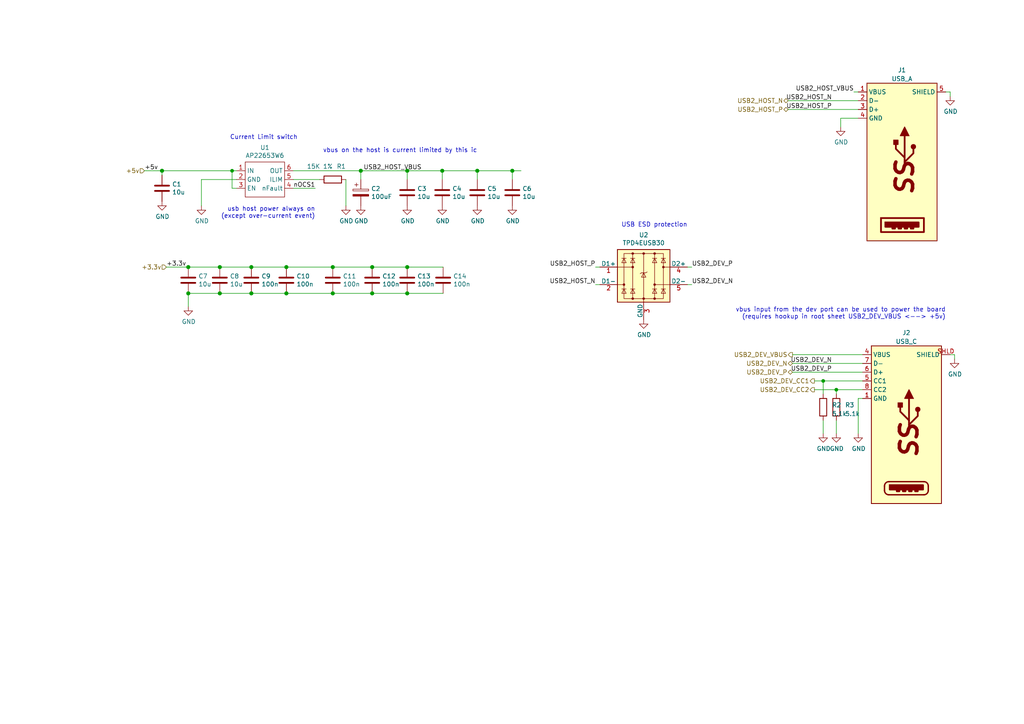
<source format=kicad_sch>
(kicad_sch (version 20210406) (generator eeschema)
  (paper "A4")
  (lib_symbols
    (symbol "CM4IO:AP2553W6"
      (property "Reference" "U" (at 3.81 -6.35 0))
      (property "Value" "AP2553W6" (at -3.81 -6.35 0))
      (symbol "AP2553W6_0_0"
        (pin power_in line (at -8.89 2.54 0) (length 2.54) (name "IN") (number "1"))
        (pin power_out line (at -8.89 0 0) (length 2.54) (name "GND") (number "2"))
        (pin input line (at -8.89 -2.54 0) (length 2.54) (name "EN") (number "3"))
        (pin open_collector line (at 7.62 -2.54 180) (length 2.54) (name "nFault") (number "4"))
        (pin passive line (at 7.62 0 180) (length 2.54) (name "ILIM") (number "5"))
        (pin power_out line (at 7.62 2.54 180) (length 2.54) (name "OUT") (number "6"))
      )
      (symbol "AP2553W6_0_1"
        (rectangle (start -6.35 5.08) (end 5.08 -5.08))
      )
    )
    (symbol "CM4IO:TPD4EUSB30" (pin_names (offset 0))
      (property "Reference" "U" (at -0.635 8.89 0))
      (property "Value" "TPD4EUSB30" (at 8.89 -10.16 0))
      (symbol "TPD4EUSB30_0_0"
        (rectangle (start -5.715 6.477) (end 5.715 -6.604))
        (polyline (pts (xy -3.175 -6.604) (xy -3.175 6.477)))
        (polyline (pts (xy 0 6.477) (xy 0 -6.604)))
        (polyline (pts (xy 3.175 6.477) (xy 3.175 -6.604)))
      )
      (symbol "TPD4EUSB30_0_1"
        (circle (center -5.715 -2.54) (radius 0.2794) (fill (type outline)))
        (circle (center -3.175 -6.604) (radius 0.2794) (fill (type outline)))
        (circle (center -3.175 2.54) (radius 0.2794) (fill (type outline)))
        (circle (center -3.175 6.477) (radius 0.2794) (fill (type outline)))
        (circle (center 0 -6.604) (radius 0.2794) (fill (type outline)))
        (circle (center 0 6.477) (radius 0.2794) (fill (type outline)))
        (circle (center 3.175 -6.604) (radius 0.2794) (fill (type outline)))
        (circle (center 3.175 -2.54) (radius 0.2794) (fill (type outline)))
        (circle (center 3.175 6.477) (radius 0.2794) (fill (type outline)))
        (circle (center 5.715 2.54) (radius 0.2794) (fill (type outline)))
        (rectangle (start -7.62 7.62) (end 7.62 -7.62) (stroke (width 0.254)) (fill (type background)))
        (polyline (pts (xy -7.747 2.54) (xy -3.175 2.54)))
        (polyline (pts (xy -7.62 -2.54) (xy -5.715 -2.54)))
        (polyline (pts (xy -5.08 -3.81) (xy -6.35 -3.81)))
        (polyline (pts (xy -5.08 5.08) (xy -6.35 5.08)))
        (polyline (pts (xy -2.54 -3.81) (xy -3.81 -3.81)))
        (polyline (pts (xy -2.54 5.08) (xy -3.81 5.08)))
        (polyline (pts (xy -0.635 0.889) (xy -1.016 0.635)))
        (polyline (pts (xy 0 -6.604) (xy 0 -7.62)))
        (polyline (pts (xy 0.635 0.889) (xy -0.635 0.889)))
        (polyline (pts (xy 0.635 0.889) (xy 1.016 1.143)))
        (polyline (pts (xy 3.81 -3.81) (xy 2.54 -3.81)))
        (polyline (pts (xy 3.81 5.08) (xy 2.54 5.08)))
        (polyline (pts (xy 6.35 -3.81) (xy 5.08 -3.81)))
        (polyline (pts (xy 6.35 5.08) (xy 5.08 5.08)))
        (polyline (pts (xy 7.62 -2.54) (xy 3.175 -2.54)))
        (polyline (pts (xy 7.62 2.54) (xy 5.715 2.54)))
        (polyline (pts (xy -5.08 -5.08) (xy -6.35 -5.08) (xy -5.715 -3.81) (xy -5.08 -5.08)))
        (polyline (pts (xy -5.08 3.81) (xy -6.35 3.81) (xy -5.715 5.08) (xy -5.08 3.81)))
        (polyline (pts (xy -2.54 -5.08) (xy -3.81 -5.08) (xy -3.175 -3.81) (xy -2.54 -5.08)))
        (polyline (pts (xy -2.54 3.81) (xy -3.81 3.81) (xy -3.175 5.08) (xy -2.54 3.81)))
        (polyline (pts (xy 0.635 -0.381) (xy -0.635 -0.381) (xy 0 0.889) (xy 0.635 -0.381)))
        (polyline (pts (xy 3.81 -5.08) (xy 2.54 -5.08) (xy 3.175 -3.81) (xy 3.81 -5.08)))
        (polyline (pts (xy 3.81 3.81) (xy 2.54 3.81) (xy 3.175 5.08) (xy 3.81 3.81)))
        (polyline (pts (xy 6.35 -5.08) (xy 5.08 -5.08) (xy 5.715 -3.81) (xy 6.35 -5.08)))
        (polyline (pts (xy 6.35 3.81) (xy 5.08 3.81) (xy 5.715 5.08) (xy 6.35 3.81)))
      )
      (symbol "TPD4EUSB30_1_1"
        (pin passive line (at -12.7 2.54 0) (length 5.08) (name "D1+") (number "1"))
        (pin passive line (at -12.7 2.54 0) (length 5.08) hide (name "~") (number "10"))
        (pin passive line (at -12.7 -2.54 0) (length 5.08) (name "D1-") (number "2"))
        (pin power_in line (at 0 -12.7 90) (length 5.08) (name "GND") (number "3"))
        (pin passive line (at 12.7 2.54 180) (length 5.08) (name "D2+") (number "4"))
        (pin passive line (at 12.7 -2.54 180) (length 5.08) (name "D2-") (number "5"))
        (pin passive line (at 12.7 -2.54 180) (length 5.08) hide (name "~") (number "6"))
        (pin passive line (at 12.7 2.54 180) (length 5.08) hide (name "~") (number "7"))
        (pin passive line (at 0 -12.7 90) (length 5.08) hide (name "GND") (number "8"))
        (pin passive line (at -12.7 -2.54 0) (length 5.08) hide (name "~") (number "9"))
      )
    )
    (symbol "CM4IO:USB_A"
      (property "Reference" "J" (at -11.43 29.21 0))
      (property "Value" "USB_A" (at 8.89 29.21 0))
      (symbol "USB_A_1_1"
        (circle (center 2.032 8.255) (radius 0.635) (stroke (width 0.254)) (fill (type outline)))
        (text "SS" (at -0.508 -0.635 900) (effects (font (size 5.08 5.08) bold italic)))
        (rectangle (start -7.366 -12.446) (end 5.08 -16.51) (stroke (width 0.508)))
        (rectangle (start -4.064 -15.24) (end -3.302 -15.494) (stroke (width 0.508)))
        (rectangle (start -2.286 -15.24) (end -1.524 -15.494) (stroke (width 0.508)))
        (rectangle (start -0.508 -15.24) (end 0.254 -15.494) (stroke (width 0.508)))
        (rectangle (start 1.27 -15.24) (end 2.032 -15.494) (stroke (width 0.508)))
        (rectangle (start -6.096 -13.716) (end 3.556 -14.986) (stroke (width 0.508)) (fill (type outline)))
        (rectangle (start -2.413 8.89) (end -3.683 10.16) (stroke (width 0.254)) (fill (type outline)))
        (rectangle (start -11.43 26.67) (end 8.89 -19.05) (stroke (width 0.254)) (fill (type background)))
        (polyline (pts (xy -0.508 2.54) (xy -0.508 11.43)) (stroke (width 0.508)))
        (polyline (pts (xy -0.508 3.81) (xy 2.032 6.35) (xy 2.032 7.62)) (stroke (width 0.508)))
        (polyline (pts (xy -0.508 5.08) (xy -3.048 7.62) (xy -3.048 8.89)) (stroke (width 0.508)))
        (polyline (pts (xy 0.762 11.43) (xy -0.508 13.97) (xy -1.778 11.43) (xy 0.762 11.43)) (stroke (width 0.254)) (fill (type outline)))
        (pin power_in line (at -13.97 24.13 0) (length 2.54) (name "VBUS") (number "1"))
        (pin bidirectional line (at -13.97 21.59 0) (length 2.54) (name "D-") (number "2"))
        (pin bidirectional line (at -13.97 19.05 0) (length 2.54) (name "D+") (number "3"))
        (pin power_in line (at -13.97 16.51 0) (length 2.54) (name "GND") (number "4"))
        (pin passive line (at 11.43 24.13 180) (length 2.54) (name "SHIELD") (number "5"))
      )
    )
    (symbol "CM4IO:USB_C"
      (property "Reference" "J" (at -11.43 29.21 0))
      (property "Value" "USB_C" (at 8.89 29.21 0))
      (symbol "USB_C_0_0"
        (pin power_in line (at -13.97 11.43 0) (length 2.54) hide (name "GND") (number "12"))
        (pin power_in line (at -13.97 24.13 0) (length 2.54) hide (name "VBUS") (number "9"))
      )
      (symbol "USB_C_0_1"
        (arc (start -7.62 -15.24) (end -6.35 -16.51) (radius (at -6.35 -15.24) (length 1.27) (angles 180 -90)) (stroke (width 0.4)))
        (arc (start -6.35 -12.7) (end -7.62 -13.97) (radius (at -6.35 -13.97) (length 1.27) (angles 90 180)) (stroke (width 0.4)))
        (arc (start 3.81 -16.51) (end 5.08 -15.24) (radius (at 3.81 -15.24) (length 1.27) (angles -90 0)) (stroke (width 0.4)))
        (arc (start 5.08 -13.97) (end 3.81 -12.7) (radius (at 3.81 -13.97) (length 1.27) (angles 0 90)) (stroke (width 0.4)))
        (polyline (pts (xy -7.62 -15.24) (xy -7.62 -13.97)) (stroke (width 0.4)))
        (polyline (pts (xy -6.35 -12.7) (xy 3.81 -12.7)) (stroke (width 0.4)))
        (polyline (pts (xy 3.81 -16.51) (xy -6.35 -16.51)) (stroke (width 0.4)))
        (polyline (pts (xy 5.08 -13.97) (xy 5.08 -15.24)) (stroke (width 0.4)))
      )
      (symbol "USB_C_1_1"
        (circle (center 2.032 8.255) (radius 0.635) (stroke (width 0.254)) (fill (type outline)))
        (text "SS" (at -0.508 -0.635 900) (effects (font (size 5.08 5.08) bold italic)))
        (rectangle (start -4.064 -15.24) (end -3.302 -15.494) (stroke (width 0.508)))
        (rectangle (start -2.286 -15.24) (end -1.524 -15.494) (stroke (width 0.508)))
        (rectangle (start -0.508 -15.24) (end 0.254 -15.494) (stroke (width 0.508)))
        (rectangle (start 1.27 -15.24) (end 2.032 -15.494) (stroke (width 0.508)))
        (rectangle (start -6.096 -13.716) (end 3.556 -14.986) (stroke (width 0.508)) (fill (type outline)))
        (rectangle (start -2.413 8.89) (end -3.683 10.16) (stroke (width 0.254)) (fill (type outline)))
        (rectangle (start -11.43 26.67) (end 8.89 -19.05) (stroke (width 0.254)) (fill (type background)))
        (polyline (pts (xy -0.508 2.54) (xy -0.508 11.43)) (stroke (width 0.508)))
        (polyline (pts (xy -0.508 3.81) (xy 2.032 6.35) (xy 2.032 7.62)) (stroke (width 0.508)))
        (polyline (pts (xy -0.508 5.08) (xy -3.048 7.62) (xy -3.048 8.89)) (stroke (width 0.508)))
        (polyline (pts (xy 0.762 11.43) (xy -0.508 13.97) (xy -1.778 11.43) (xy 0.762 11.43)) (stroke (width 0.254)) (fill (type outline)))
        (pin power_in line (at -13.97 11.43 0) (length 2.54) (name "GND") (number "1"))
        (pin power_in line (at -13.97 24.13 0) (length 2.54) (name "VBUS") (number "4"))
        (pin passive line (at -13.97 16.51 0) (length 2.54) (name "CC1") (number "5"))
        (pin bidirectional line (at -13.97 19.05 0) (length 2.54) (name "D+") (number "6"))
        (pin bidirectional line (at -13.97 21.59 0) (length 2.54) (name "D-") (number "7"))
        (pin passive line (at -13.97 13.97 0) (length 2.54) (name "CC2") (number "8"))
        (pin passive line (at 11.43 24.13 180) (length 2.54) (name "SHIELD") (number "SHLD"))
      )
    )
    (symbol "Device:C" (pin_numbers hide) (pin_names (offset 0.254))
      (property "Reference" "C" (at 0.635 2.54 0))
      (property "Value" "C" (at 0.635 -2.54 0))
      (symbol "C_0_1"
        (polyline (pts (xy -2.032 -0.762) (xy 2.032 -0.762)) (stroke (width 0.508)))
        (polyline (pts (xy -2.032 0.762) (xy 2.032 0.762)) (stroke (width 0.508)))
      )
      (symbol "C_1_1"
        (pin passive line (at 0 3.81 270) (length 2.794) (name "~") (number "1"))
        (pin passive line (at 0 -3.81 90) (length 2.794) (name "~") (number "2"))
      )
    )
    (symbol "Device:CP" (pin_numbers hide) (pin_names (offset 0.254))
      (property "Reference" "C" (at 0.635 2.54 0))
      (property "Value" "CP" (at 0.635 -2.54 0))
      (symbol "CP_0_1"
        (rectangle (start -2.286 0.508) (end 2.286 1.016))
        (rectangle (start 2.286 -0.508) (end -2.286 -1.016) (fill (type outline)))
        (polyline (pts (xy -1.778 2.286) (xy -0.762 2.286)))
        (polyline (pts (xy -1.27 2.794) (xy -1.27 1.778)))
      )
      (symbol "CP_1_1"
        (pin passive line (at 0 3.81 270) (length 2.794) (name "~") (number "1"))
        (pin passive line (at 0 -3.81 90) (length 2.794) (name "~") (number "2"))
      )
    )
    (symbol "Device:R" (pin_numbers hide) (pin_names (offset 0))
      (property "Reference" "R" (at 2.032 0 90))
      (property "Value" "R" (at 0 0 90))
      (symbol "R_0_1"
        (rectangle (start -1.016 -2.54) (end 1.016 2.54) (stroke (width 0.254)))
      )
      (symbol "R_1_1"
        (pin passive line (at 0 3.81 270) (length 1.27) (name "~") (number "1"))
        (pin passive line (at 0 -3.81 90) (length 1.27) (name "~") (number "2"))
      )
    )
    (symbol "power:GND" (power) (pin_names (offset 0))
      (property "Value" "GND" (at 0 -3.81 0))
      (symbol "GND_0_1"
        (polyline (pts (xy 0 0) (xy 0 -1.27) (xy 1.27 -1.27) (xy 0 -2.54) (xy -1.27 -1.27) (xy 0 -1.27)))
      )
      (symbol "GND_1_1"
        (pin power_in line (at 0 0 270) (length 0) hide (name "GND") (number "1"))
      )
    )
  )
  (junction (at 46.99 49.53) (diameter 1.016))
  (junction (at 54.61 77.47) (diameter 1.016))
  (junction (at 54.61 85.09) (diameter 1.016))
  (junction (at 63.754 77.47) (diameter 1.016))
  (junction (at 63.754 85.09) (diameter 1.016))
  (junction (at 67.31 49.53) (diameter 0.9144))
  (junction (at 72.898 77.47) (diameter 1.016))
  (junction (at 72.898 85.09) (diameter 1.016))
  (junction (at 83.058 77.47) (diameter 1.016))
  (junction (at 83.058 85.09) (diameter 1.016))
  (junction (at 96.52 77.47) (diameter 1.016))
  (junction (at 96.52 85.09) (diameter 1.016))
  (junction (at 104.648 49.53) (diameter 1.016))
  (junction (at 107.95 77.47) (diameter 1.016))
  (junction (at 107.95 85.09) (diameter 1.016))
  (junction (at 118.11 49.53) (diameter 1.016))
  (junction (at 118.11 77.47) (diameter 1.016))
  (junction (at 118.11 85.09) (diameter 1.016))
  (junction (at 128.27 49.53) (diameter 1.016))
  (junction (at 138.43 49.53) (diameter 1.016))
  (junction (at 148.59 49.53) (diameter 1.016))
  (junction (at 238.76 110.49) (diameter 0.9144))
  (junction (at 242.57 113.03) (diameter 0.9144))
  (wire (pts (xy 41.91 49.53) (xy 46.99 49.53)))
  (wire (pts (xy 46.99 49.53) (xy 67.31 49.53)))
  (wire (pts (xy 46.99 50.8) (xy 46.99 49.53)))
  (wire (pts (xy 48.26 77.47) (xy 54.61 77.47)))
  (wire (pts (xy 54.61 77.47) (xy 63.754 77.47)))
  (wire (pts (xy 54.61 85.09) (xy 63.754 85.09)))
  (wire (pts (xy 54.61 88.9) (xy 54.61 85.09)))
  (wire (pts (xy 58.42 52.07) (xy 58.42 59.69)))
  (wire (pts (xy 63.754 77.47) (xy 72.898 77.47)))
  (wire (pts (xy 63.754 85.09) (xy 72.898 85.09)))
  (wire (pts (xy 67.31 49.53) (xy 67.31 54.61)))
  (wire (pts (xy 67.31 49.53) (xy 68.58 49.53)))
  (wire (pts (xy 68.58 52.07) (xy 58.42 52.07)))
  (wire (pts (xy 68.58 54.61) (xy 67.31 54.61)))
  (wire (pts (xy 72.898 77.47) (xy 83.058 77.47)))
  (wire (pts (xy 72.898 85.09) (xy 83.058 85.09)))
  (wire (pts (xy 83.058 77.47) (xy 96.52 77.47)))
  (wire (pts (xy 83.058 85.09) (xy 96.52 85.09)))
  (wire (pts (xy 85.09 49.53) (xy 104.648 49.53)))
  (wire (pts (xy 85.09 52.07) (xy 92.71 52.07)))
  (wire (pts (xy 85.09 54.61) (xy 91.44 54.61)))
  (wire (pts (xy 96.52 77.47) (xy 107.95 77.47)))
  (wire (pts (xy 96.52 85.09) (xy 107.95 85.09)))
  (wire (pts (xy 100.33 52.07) (xy 100.33 59.69)))
  (wire (pts (xy 104.648 49.53) (xy 104.648 52.07)))
  (wire (pts (xy 104.648 49.53) (xy 118.11 49.53)))
  (wire (pts (xy 107.95 77.47) (xy 118.11 77.47)))
  (wire (pts (xy 107.95 85.09) (xy 118.11 85.09)))
  (wire (pts (xy 118.11 49.53) (xy 128.27 49.53)))
  (wire (pts (xy 118.11 52.07) (xy 118.11 49.53)))
  (wire (pts (xy 118.11 77.47) (xy 128.524 77.47)))
  (wire (pts (xy 118.11 85.09) (xy 128.524 85.09)))
  (wire (pts (xy 128.27 49.53) (xy 128.27 52.07)))
  (wire (pts (xy 128.27 49.53) (xy 138.43 49.53)))
  (wire (pts (xy 138.43 49.53) (xy 138.43 52.07)))
  (wire (pts (xy 138.43 49.53) (xy 148.59 49.53)))
  (wire (pts (xy 148.59 49.53) (xy 151.13 49.53)))
  (wire (pts (xy 148.59 52.07) (xy 148.59 49.53)))
  (wire (pts (xy 172.72 77.47) (xy 173.99 77.47)))
  (wire (pts (xy 172.72 82.55) (xy 173.99 82.55)))
  (wire (pts (xy 199.39 77.47) (xy 200.66 77.47)))
  (wire (pts (xy 199.39 82.55) (xy 200.66 82.55)))
  (wire (pts (xy 228.6 29.21) (xy 248.92 29.21)))
  (wire (pts (xy 228.6 31.75) (xy 248.92 31.75)))
  (wire (pts (xy 229.87 102.87) (xy 250.19 102.87)))
  (wire (pts (xy 229.87 105.41) (xy 250.19 105.41)))
  (wire (pts (xy 229.87 107.95) (xy 250.19 107.95)))
  (wire (pts (xy 236.22 110.49) (xy 238.76 110.49)))
  (wire (pts (xy 236.22 113.03) (xy 242.57 113.03)))
  (wire (pts (xy 238.76 110.49) (xy 238.76 114.3)))
  (wire (pts (xy 238.76 121.92) (xy 238.76 125.73)))
  (wire (pts (xy 242.57 113.03) (xy 242.57 114.3)))
  (wire (pts (xy 242.57 121.92) (xy 242.57 125.73)))
  (wire (pts (xy 243.84 34.29) (xy 243.84 36.83)))
  (wire (pts (xy 243.84 34.29) (xy 248.92 34.29)))
  (wire (pts (xy 247.65 26.67) (xy 248.92 26.67)))
  (wire (pts (xy 248.92 115.57) (xy 248.92 125.73)))
  (wire (pts (xy 248.92 115.57) (xy 250.19 115.57)))
  (wire (pts (xy 250.19 110.49) (xy 238.76 110.49)))
  (wire (pts (xy 250.19 113.03) (xy 242.57 113.03)))
  (wire (pts (xy 274.32 26.67) (xy 275.59 26.67)))
  (wire (pts (xy 275.59 26.67) (xy 275.59 27.94)))
  (wire (pts (xy 275.59 102.87) (xy 276.86 102.87)))
  (wire (pts (xy 276.86 102.87) (xy 276.86 104.14)))
  (text "Current Limit switch" (at 86.36 40.64 180) (effects (font (size 1.27 1.27)) (justify right bottom)))
  (text "usb host power always on\n(except over-current event)" (at 91.44 63.5 0) (effects (font (size 1.27 1.27)) (justify right bottom)))
  (text "vbus on the host is current limited by this ic" (at 138.43 44.45 180) (effects (font (size 1.27 1.27)) (justify right bottom)))
  (text "USB ESD protection" (at 199.39 66.04 180) (effects (font (size 1.27 1.27)) (justify right bottom)))
  (text "vbus input from the dev port can be used to power the board\n(requires hookup in root sheet USB2_DEV_VBUS <--> +5v)" (at 274.32 92.71 0) (effects (font (size 1.27 1.27)) (justify right bottom)))
  (label "+5v" (at 41.91 49.53 0))
  (label "+3.3v" (at 48.26 77.47 0))
  (label "nOCS1" (at 85.09 54.61 0))
  (label "USB2_HOST_VBUS" (at 105.41 49.53 0))
  (label "USB2_HOST_P" (at 172.72 77.47 180))
  (label "USB2_HOST_N" (at 172.72 82.55 180))
  (label "USB2_DEV_P" (at 200.66 77.47 0))
  (label "USB2_DEV_N" (at 200.66 82.55 0))
  (label "USB2_HOST_N" (at 241.3 29.21 180))
  (label "USB2_HOST_P" (at 241.3 31.75 180))
  (label "USB2_DEV_N" (at 241.3 105.41 180))
  (label "USB2_DEV_P" (at 241.3 107.95 180))
  (label "USB2_HOST_VBUS" (at 247.65 26.67 180))
  (hierarchical_label "+5v" (shape input) (at 41.91 49.53 180))
  (hierarchical_label "+3.3v" (shape input) (at 48.26 77.47 180))
  (hierarchical_label "USB2_HOST_N" (shape bidirectional) (at 228.6 29.21 180))
  (hierarchical_label "USB2_HOST_P" (shape bidirectional) (at 228.6 31.75 180))
  (hierarchical_label "USB2_DEV_VBUS" (shape output) (at 229.87 102.87 180))
  (hierarchical_label "USB2_DEV_N" (shape bidirectional) (at 229.87 105.41 180))
  (hierarchical_label "USB2_DEV_P" (shape bidirectional) (at 229.87 107.95 180))
  (hierarchical_label "USB2_DEV_CC1" (shape output) (at 236.22 110.49 180))
  (hierarchical_label "USB2_DEV_CC2" (shape output) (at 236.22 113.03 180))
  (symbol (lib_id "power:GND") (at 46.99 58.42 0) (unit 1)
    (property "Reference" "#PWR054" (effects hide))
    (property "Value" "GND" (at 47.117 62.8142 0))
  )
  (symbol (lib_id "power:GND") (at 54.61 88.9 0) (unit 1)
    (property "Reference" "#PWR062" (effects hide))
    (property "Value" "GND" (at 54.737 93.2942 0))
  )
  (symbol (lib_id "power:GND") (at 58.42 59.69 0) (unit 1)
    (property "Reference" "#PWR055" (effects hide))
    (property "Value" "GND" (at 58.547 64.0842 0))
  )
  (symbol (lib_id "power:GND") (at 100.33 59.69 0) (unit 1)
    (property "Reference" "#PWR056" (effects hide))
    (property "Value" "GND" (at 100.457 64.0842 0))
  )
  (symbol (lib_id "power:GND") (at 104.648 59.69 0) (unit 1)
    (property "Reference" "#PWR057" (effects hide))
    (property "Value" "GND" (at 104.775 64.0842 0))
  )
  (symbol (lib_id "power:GND") (at 118.11 59.69 0) (unit 1)
    (property "Reference" "#PWR058" (effects hide))
    (property "Value" "GND" (at 118.237 64.0842 0))
  )
  (symbol (lib_id "power:GND") (at 128.27 59.69 0) (unit 1)
    (property "Reference" "#PWR059" (effects hide))
    (property "Value" "GND" (at 128.397 64.0842 0))
  )
  (symbol (lib_id "power:GND") (at 138.43 59.69 0) (unit 1)
    (property "Reference" "#PWR060" (effects hide))
    (property "Value" "GND" (at 138.557 64.0842 0))
  )
  (symbol (lib_id "power:GND") (at 148.59 59.69 0) (unit 1)
    (property "Reference" "#PWR061" (effects hide))
    (property "Value" "GND" (at 148.717 64.0842 0))
  )
  (symbol (lib_id "power:GND") (at 186.69 92.71 0) (unit 1)
    (property "Reference" "#PWR063" (effects hide))
    (property "Value" "GND" (at 186.817 97.1042 0))
  )
  (symbol (lib_id "power:GND") (at 238.76 125.73 0) (unit 1)
    (property "Reference" "#PWR065" (effects hide))
    (property "Value" "GND" (at 238.887 130.1242 0))
  )
  (symbol (lib_id "power:GND") (at 242.57 125.73 0) (unit 1)
    (property "Reference" "#PWR066" (effects hide))
    (property "Value" "GND" (at 242.697 130.1242 0))
  )
  (symbol (lib_id "power:GND") (at 243.84 36.83 0) (unit 1)
    (property "Reference" "#PWR053" (effects hide))
    (property "Value" "GND" (at 243.967 41.2242 0))
  )
  (symbol (lib_id "power:GND") (at 248.92 125.73 0) (unit 1)
    (property "Reference" "#PWR067" (effects hide))
    (property "Value" "GND" (at 249.047 130.1242 0))
  )
  (symbol (lib_id "power:GND") (at 275.59 27.94 0) (unit 1)
    (property "Reference" "#PWR052" (effects hide))
    (property "Value" "GND" (at 275.717 32.3342 0))
  )
  (symbol (lib_id "power:GND") (at 276.86 104.14 0) (unit 1)
    (property "Reference" "#PWR064" (effects hide))
    (property "Value" "GND" (at 276.987 108.5342 0))
  )
  (symbol (lib_id "Device:R") (at 96.52 52.07 90) (unit 1)
    (property "Reference" "R1" (at 100.33 48.26 90) (effects (justify left)))
    (property "Value" "15K 1%" (at 96.52 48.26 90) (effects (justify left)))
    (property "Footprint" "Resistor_SMD:R_0402_1005Metric" (effects hide))
    (property "Datasheet" "https://fscdn.rohm.com/en/products/databook/datasheet/passive/resistor/chip_resistor/mcr-e.pdf" (effects hide))
    (property "Field4" "Farnell" (effects hide))
    (property "Field5" "9239375" (effects hide))
    (property "Field6" "MCR01MZPF1502" (effects hide))
    (property "Field7" "Rohm" (effects hide))
    (property "Part Description" "Resistor 15K M1005 1% 63mW" (effects hide))
    (property "Field8" "120891581" (effects hide))
  )
  (symbol (lib_id "Device:R") (at 238.76 118.11 0) (unit 1)
    (property "Reference" "R2" (at 241.3 117.4749 0) (effects (justify left)))
    (property "Value" "5.1k" (at 241.3 120.0149 0) (effects (justify left)))
    (property "Footprint" "Resistor_SMD:R_0603_1608Metric" (effects hide))
  )
  (symbol (lib_id "Device:R") (at 242.57 118.11 0) (unit 1)
    (property "Reference" "R3" (at 245.11 117.4749 0) (effects (justify left)))
    (property "Value" "5.1k" (at 245.11 120.0149 0) (effects (justify left)))
    (property "Footprint" "Resistor_SMD:R_0603_1608Metric" (effects hide))
  )
  (symbol (lib_id "Device:C") (at 46.99 54.61 0) (unit 1)
    (property "Reference" "C1" (at 49.911 53.4416 0) (effects (justify left)))
    (property "Value" "10u" (at 49.911 55.753 0) (effects (justify left)))
    (property "Footprint" "Capacitor_SMD:C_0805_2012Metric" (effects hide))
    (property "Datasheet" "https://search.murata.co.jp/Ceramy/image/img/A01X/G101/ENG/GRM21BR71A106KA73-01.pdf" (effects hide))
    (property "Field5" "490-14381-1-ND" (effects hide))
    (property "Field4" "Digikey" (effects hide))
    (property "Field6" "GRM21BR71A106KA73L" (effects hide))
    (property "Field7" "Murata" (effects hide))
    (property "Part Description" "	10uF 10% 10V Ceramic Capacitor X7R 0805 (2012 Metric)" (effects hide))
    (property "Field8" "111893011" (effects hide))
  )
  (symbol (lib_id "Device:C") (at 54.61 81.28 0) (unit 1)
    (property "Reference" "C7" (at 57.531 80.1116 0) (effects (justify left)))
    (property "Value" "10u" (at 57.531 82.423 0) (effects (justify left)))
    (property "Footprint" "Capacitor_SMD:C_0805_2012Metric" (effects hide))
    (property "Datasheet" "https://search.murata.co.jp/Ceramy/image/img/A01X/G101/ENG/GRM21BR71A106KA73-01.pdf" (effects hide))
    (property "Field5" "490-14381-1-ND" (effects hide))
    (property "Field4" "Digikey" (effects hide))
    (property "Field6" "GRM21BR71A106KA73L" (effects hide))
    (property "Field7" "Murata" (effects hide))
    (property "Part Description" "	10uF 10% 10V Ceramic Capacitor X7R 0805 (2012 Metric)" (effects hide))
    (property "Field8" "111893011" (effects hide))
  )
  (symbol (lib_id "Device:C") (at 63.754 81.28 0) (unit 1)
    (property "Reference" "C8" (at 66.675 80.1116 0) (effects (justify left)))
    (property "Value" "10u" (at 66.675 82.423 0) (effects (justify left)))
    (property "Footprint" "Capacitor_SMD:C_0805_2012Metric" (effects hide))
    (property "Datasheet" "https://search.murata.co.jp/Ceramy/image/img/A01X/G101/ENG/GRM21BR71A106KA73-01.pdf" (effects hide))
    (property "Field5" "490-14381-1-ND" (effects hide))
    (property "Field4" "Digikey" (effects hide))
    (property "Field6" "GRM21BR71A106KA73L" (effects hide))
    (property "Field7" "Murata" (effects hide))
    (property "Part Description" "	10uF 10% 10V Ceramic Capacitor X7R 0805 (2012 Metric)" (effects hide))
    (property "Field8" "111893011" (effects hide))
  )
  (symbol (lib_id "Device:C") (at 72.898 81.28 0) (unit 1)
    (property "Reference" "C9" (at 75.819 80.1116 0) (effects (justify left)))
    (property "Value" "100n" (at 75.819 82.423 0) (effects (justify left)))
    (property "Footprint" "Capacitor_SMD:C_0402_1005Metric" (effects hide))
    (property "Datasheet" "https://search.murata.co.jp/Ceramy/image/img/A01X/G101/ENG/GRM155R71C104KA88-01.pdf" (effects hide))
    (property "Field4" "Farnell" (effects hide))
    (property "Field5" "2611911" (effects hide))
    (property "Field6" "RM EMK105 B7104KV-F" (effects hide))
    (property "Field7" "TAIYO YUDEN EUROPE GMBH" (effects hide))
    (property "Part Description" "	0.1uF 10% 16V Ceramic Capacitor X7R 0402 (1005 Metric)" (effects hide))
    (property "Field8" "110091611" (effects hide))
  )
  (symbol (lib_id "Device:C") (at 83.058 81.28 0) (unit 1)
    (property "Reference" "C10" (at 85.979 80.1116 0) (effects (justify left)))
    (property "Value" "100n" (at 85.979 82.423 0) (effects (justify left)))
    (property "Footprint" "Capacitor_SMD:C_0402_1005Metric" (effects hide))
    (property "Datasheet" "https://search.murata.co.jp/Ceramy/image/img/A01X/G101/ENG/GRM155R71C104KA88-01.pdf" (effects hide))
    (property "Field4" "Farnell" (effects hide))
    (property "Field5" "2611911" (effects hide))
    (property "Field6" "RM EMK105 B7104KV-F" (effects hide))
    (property "Field7" "TAIYO YUDEN EUROPE GMBH" (effects hide))
    (property "Part Description" "	0.1uF 10% 16V Ceramic Capacitor X7R 0402 (1005 Metric)" (effects hide))
    (property "Field8" "110091611" (effects hide))
  )
  (symbol (lib_id "Device:C") (at 96.52 81.28 0) (unit 1)
    (property "Reference" "C11" (at 99.441 80.1116 0) (effects (justify left)))
    (property "Value" "100n" (at 99.441 82.423 0) (effects (justify left)))
    (property "Footprint" "Capacitor_SMD:C_0402_1005Metric" (effects hide))
    (property "Datasheet" "https://search.murata.co.jp/Ceramy/image/img/A01X/G101/ENG/GRM155R71C104KA88-01.pdf" (effects hide))
    (property "Field4" "Farnell" (effects hide))
    (property "Field5" "2611911" (effects hide))
    (property "Field6" "RM EMK105 B7104KV-F" (effects hide))
    (property "Field7" "TAIYO YUDEN EUROPE GMBH" (effects hide))
    (property "Part Description" "	0.1uF 10% 16V Ceramic Capacitor X7R 0402 (1005 Metric)" (effects hide))
    (property "Field8" "110091611" (effects hide))
  )
  (symbol (lib_id "Device:CP") (at 104.648 55.88 0) (unit 1)
    (property "Reference" "C2" (at 107.6452 54.737 0) (effects (justify left)))
    (property "Value" "100uF" (at 107.6452 57.023 0) (effects (justify left)))
    (property "Footprint" "Capacitor_Tantalum_SMD:CP_EIA-7343-31_Kemet-D" (effects hide))
    (property "Field4" "Mouser" (effects hide))
    (property "Field5" "667-EEF-CX0J101R" (effects hide))
    (property "Part Description" "Capacitor, SP-Cap, 100u, 6.3V, 15mR ESR" (effects hide))
  )
  (symbol (lib_id "Device:C") (at 107.95 81.28 0) (unit 1)
    (property "Reference" "C12" (at 110.871 80.1116 0) (effects (justify left)))
    (property "Value" "100n" (at 110.871 82.423 0) (effects (justify left)))
    (property "Footprint" "Capacitor_SMD:C_0402_1005Metric" (effects hide))
    (property "Datasheet" "https://search.murata.co.jp/Ceramy/image/img/A01X/G101/ENG/GRM155R71C104KA88-01.pdf" (effects hide))
    (property "Field4" "Farnell" (effects hide))
    (property "Field5" "2611911" (effects hide))
    (property "Field6" "RM EMK105 B7104KV-F" (effects hide))
    (property "Field7" "TAIYO YUDEN EUROPE GMBH" (effects hide))
    (property "Part Description" "	0.1uF 10% 16V Ceramic Capacitor X7R 0402 (1005 Metric)" (effects hide))
    (property "Field8" "110091611" (effects hide))
  )
  (symbol (lib_id "Device:C") (at 118.11 55.88 0) (unit 1)
    (property "Reference" "C3" (at 121.031 54.7116 0) (effects (justify left)))
    (property "Value" "10u" (at 121.031 57.023 0) (effects (justify left)))
    (property "Footprint" "Capacitor_SMD:C_0805_2012Metric" (effects hide))
    (property "Datasheet" "https://search.murata.co.jp/Ceramy/image/img/A01X/G101/ENG/GRM21BR71A106KA73-01.pdf" (effects hide))
    (property "Field5" "490-14381-1-ND" (effects hide))
    (property "Field4" "Digikey" (effects hide))
    (property "Field6" "GRM21BR71A106KA73L" (effects hide))
    (property "Field7" "Murata" (effects hide))
    (property "Part Description" "	10uF 10% 10V Ceramic Capacitor X7R 0805 (2012 Metric)" (effects hide))
    (property "Field8" "111893011" (effects hide))
  )
  (symbol (lib_id "Device:C") (at 118.11 81.28 0) (unit 1)
    (property "Reference" "C13" (at 121.031 80.1116 0) (effects (justify left)))
    (property "Value" "100n" (at 121.031 82.423 0) (effects (justify left)))
    (property "Footprint" "Capacitor_SMD:C_0402_1005Metric" (effects hide))
    (property "Datasheet" "https://search.murata.co.jp/Ceramy/image/img/A01X/G101/ENG/GRM155R71C104KA88-01.pdf" (effects hide))
    (property "Field4" "Farnell" (effects hide))
    (property "Field5" "2611911" (effects hide))
    (property "Field6" "RM EMK105 B7104KV-F" (effects hide))
    (property "Field7" "TAIYO YUDEN EUROPE GMBH" (effects hide))
    (property "Part Description" "	0.1uF 10% 16V Ceramic Capacitor X7R 0402 (1005 Metric)" (effects hide))
    (property "Field8" "110091611" (effects hide))
  )
  (symbol (lib_id "Device:C") (at 128.27 55.88 0) (unit 1)
    (property "Reference" "C4" (at 131.191 54.7116 0) (effects (justify left)))
    (property "Value" "10u" (at 131.191 57.023 0) (effects (justify left)))
    (property "Footprint" "Capacitor_SMD:C_0805_2012Metric" (effects hide))
    (property "Datasheet" "https://search.murata.co.jp/Ceramy/image/img/A01X/G101/ENG/GRM21BR71A106KA73-01.pdf" (effects hide))
    (property "Field5" "490-14381-1-ND" (effects hide))
    (property "Field4" "Digikey" (effects hide))
    (property "Field6" "GRM21BR71A106KA73L" (effects hide))
    (property "Field7" "Murata" (effects hide))
    (property "Part Description" "	10uF 10% 10V Ceramic Capacitor X7R 0805 (2012 Metric)" (effects hide))
    (property "Field8" "111893011" (effects hide))
  )
  (symbol (lib_id "Device:C") (at 128.524 81.28 0) (unit 1)
    (property "Reference" "C14" (at 131.445 80.1116 0) (effects (justify left)))
    (property "Value" "100n" (at 131.445 82.423 0) (effects (justify left)))
    (property "Footprint" "Capacitor_SMD:C_0402_1005Metric" (effects hide))
    (property "Datasheet" "https://search.murata.co.jp/Ceramy/image/img/A01X/G101/ENG/GRM155R71C104KA88-01.pdf" (effects hide))
    (property "Field4" "Farnell" (effects hide))
    (property "Field5" "2611911" (effects hide))
    (property "Field6" "RM EMK105 B7104KV-F" (effects hide))
    (property "Field7" "TAIYO YUDEN EUROPE GMBH" (effects hide))
    (property "Part Description" "	0.1uF 10% 16V Ceramic Capacitor X7R 0402 (1005 Metric)" (effects hide))
    (property "Field8" "110091611" (effects hide))
  )
  (symbol (lib_id "Device:C") (at 138.43 55.88 0) (unit 1)
    (property "Reference" "C5" (at 141.351 54.7116 0) (effects (justify left)))
    (property "Value" "10u" (at 141.351 57.023 0) (effects (justify left)))
    (property "Footprint" "Capacitor_SMD:C_0805_2012Metric" (effects hide))
    (property "Datasheet" "https://search.murata.co.jp/Ceramy/image/img/A01X/G101/ENG/GRM21BR71A106KA73-01.pdf" (effects hide))
    (property "Field5" "490-14381-1-ND" (effects hide))
    (property "Field4" "Digikey" (effects hide))
    (property "Field6" "GRM21BR71A106KA73L" (effects hide))
    (property "Field7" "Murata" (effects hide))
    (property "Part Description" "	10uF 10% 10V Ceramic Capacitor X7R 0805 (2012 Metric)" (effects hide))
    (property "Field8" "111893011" (effects hide))
  )
  (symbol (lib_id "Device:C") (at 148.59 55.88 0) (unit 1)
    (property "Reference" "C6" (at 151.511 54.7116 0) (effects (justify left)))
    (property "Value" "10u" (at 151.511 57.023 0) (effects (justify left)))
    (property "Footprint" "Capacitor_SMD:C_0805_2012Metric" (effects hide))
    (property "Datasheet" "https://search.murata.co.jp/Ceramy/image/img/A01X/G101/ENG/GRM21BR71A106KA73-01.pdf" (effects hide))
    (property "Field5" "490-14381-1-ND" (effects hide))
    (property "Field4" "Digikey" (effects hide))
    (property "Field6" "GRM21BR71A106KA73L" (effects hide))
    (property "Field7" "Murata" (effects hide))
    (property "Part Description" "	10uF 10% 10V Ceramic Capacitor X7R 0805 (2012 Metric)" (effects hide))
    (property "Field8" "111893011" (effects hide))
  )
  (symbol (lib_id "CM4IO:AP2553W6") (at 77.47 52.07 0) (unit 1)
    (property "Reference" "U1" (at 76.835 42.799 0))
    (property "Value" "AP22653W6" (at 76.835 45.1104 0))
    (property "Footprint" "Package_TO_SOT_SMD:SOT-23-6" (effects hide))
    (property "Datasheet" "https://www.diodes.com/assets/Datasheets/AP255x.pdf" (effects hide))
    (property "Field4" "Digikey" (effects hide))
    (property "Field5" "	31-AP22653W6-7CT-ND" (effects hide))
    (property "Field6" "AP22653W6" (effects hide))
    (property "Field7" "Diodes" (effects hide))
    (property "Part Description" "	Power Switch/Driver 1:1 P-Channel 2.1A SOT-23-6" (effects hide))
  )
  (symbol (lib_id "CM4IO:TPD4EUSB30") (at 186.69 80.01 0) (unit 1)
    (property "Reference" "U2" (at 186.69 68.1482 0))
    (property "Value" "TPD4EUSB30" (at 186.69 70.4596 0))
    (property "Footprint" "Package_SON:USON-10_2.5x1.0mm_P0.5mm" (effects hide))
    (property "Datasheet" "http://www.ti.com/lit/ds/symlink/tpd2eusb30a.pdf" (effects hide))
    (property "Field4" "Farnell" (effects hide))
    (property "Field5" "2335455" (effects hide))
    (property "Field6" "CDDFN10-3324P-13" (effects hide))
    (property "Field7" "Bourns" (effects hide))
    (property "Field8" "UDIO00346" (effects hide))
    (property "Part Description" "Quad TVS diode for high speed signals (USB3, GigE etc.)" (effects hide))
  )
  (symbol (lib_id "CM4IO:USB_A") (at 262.89 50.8 0) (unit 1)
    (property "Reference" "J1" (at 261.62 20.32 0))
    (property "Value" "USB_A" (at 261.62 22.86 0))
    (property "Footprint" "cm4crypto:OnShore_USB-A1HSB6" (effects hide))
  )
  (symbol (lib_id "CM4IO:USB_C") (at 264.16 127 0) (unit 1)
    (property "Reference" "J2" (at 262.89 96.52 0))
    (property "Value" "USB_C" (at 262.89 99.06 0))
    (property "Footprint" "cm4crypto:USB4105-GF-A" (effects hide))
  )
)
</source>
